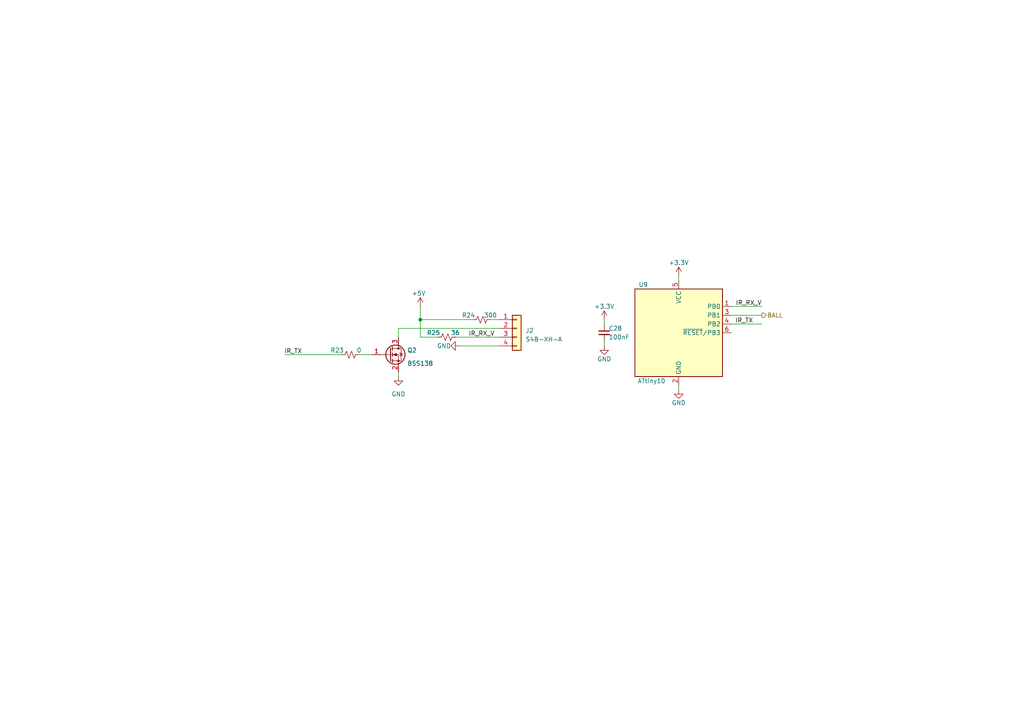
<source format=kicad_sch>
(kicad_sch (version 20230121) (generator eeschema)
  (paper "A4")
  (lib_symbols
    (symbol "Connector_Generic:Conn_01x04" (pin_names (offset 1.016) hide)
      (property "Reference" "J" (at 0 5.08 0))
      (property "Value" "Conn_01x04" (at 0 -7.62 0))
      (symbol "Conn_01x04_1_1"
        (rectangle (start -1.27 -4.953) (end 0 -5.207) (stroke (width 0.1524)))
        (rectangle (start -1.27 -2.413) (end 0 -2.667) (stroke (width 0.1524)))
        (rectangle (start -1.27 0.127) (end 0 -0.127) (stroke (width 0.1524)))
        (rectangle (start -1.27 2.667) (end 0 2.413) (stroke (width 0.1524)))
        (rectangle (start -1.27 3.81) (end 1.27 -6.35) (stroke (width 0.254)) (fill (type background)))
        (pin passive line (at -5.08 2.54 0) (length 3.81) (name "Pin_1") (number "1"))
        (pin passive line (at -5.08 0 0) (length 3.81) (name "Pin_2") (number "2"))
        (pin passive line (at -5.08 -2.54 0) (length 3.81) (name "Pin_3") (number "3"))
        (pin passive line (at -5.08 -5.08 0) (length 3.81) (name "Pin_4") (number "4"))
      )
    )
    (symbol "Device:C_Small" (pin_numbers hide) (pin_names (offset 0.254) hide)
      (property "Reference" "C" (at 0.254 1.778 0))
      (property "Value" "C_Small" (at 0.254 -2.032 0))
      (symbol "C_Small_0_1"
        (polyline (pts (xy -1.524 -0.508) (xy 1.524 -0.508)) (stroke (width 0.3302)))
        (polyline (pts (xy -1.524 0.508) (xy 1.524 0.508)) (stroke (width 0.3048)))
      )
      (symbol "C_Small_1_1"
        (pin passive line (at 0 2.54 270) (length 2.032) (name "~") (number "1"))
        (pin passive line (at 0 -2.54 90) (length 2.032) (name "~") (number "2"))
      )
    )
    (symbol "Device:R_Small_US" (pin_numbers hide) (pin_names (offset 0.254) hide)
      (property "Reference" "R" (at 0.762 0.508 0))
      (property "Value" "R_Small_US" (at 0.762 -1.016 0))
      (symbol "R_Small_US_1_1"
        (polyline (pts (xy 0 0) (xy 1.016 -0.381) (xy 0 -0.762) (xy -1.016 -1.143) (xy 0 -1.524)))
        (polyline (pts (xy 0 1.524) (xy 1.016 1.143) (xy 0 0.762) (xy -1.016 0.381) (xy 0 0)))
        (pin passive line (at 0 2.54 270) (length 1.016) (name "~") (number "1"))
        (pin passive line (at 0 -2.54 90) (length 1.016) (name "~") (number "2"))
      )
    )
    (symbol "MCU_Microchip_ATtiny:ATtiny10-TS"
      (property "Reference" "U" (at -12.7 13.97 0))
      (property "Value" "ATtiny10-TS" (at 2.54 -13.97 0))
      (symbol "ATtiny10-TS_0_1"
        (rectangle (start -12.7 -12.7) (end 12.7 12.7) (stroke (width 0.254)) (fill (type background)))
      )
      (symbol "ATtiny10-TS_1_1"
        (pin bidirectional line (at 15.24 7.62 180) (length 2.54) (name "PB0") (number "1"))
        (pin power_in line (at 0 -15.24 90) (length 2.54) (name "GND") (number "2"))
        (pin bidirectional line (at 15.24 5.08 180) (length 2.54) (name "PB1") (number "3"))
        (pin bidirectional line (at 15.24 2.54 180) (length 2.54) (name "PB2") (number "4"))
        (pin power_in line (at 0 15.24 270) (length 2.54) (name "VCC") (number "5"))
        (pin bidirectional line (at 15.24 0 180) (length 2.54) (name "~{RESET}/PB3") (number "6"))
      )
    )
    (symbol "Transistor_FET:BSS138" (pin_names hide)
      (property "Reference" "Q" (at 5.08 1.905 0))
      (property "Value" "BSS138" (at 5.08 0 0))
      (symbol "BSS138_0_1"
        (polyline (pts (xy 0.254 0) (xy -2.54 0)))
        (polyline (pts (xy 0.254 1.905) (xy 0.254 -1.905)) (stroke (width 0.254)))
        (polyline (pts (xy 0.762 -1.27) (xy 0.762 -2.286)) (stroke (width 0.254)))
        (polyline (pts (xy 0.762 0.508) (xy 0.762 -0.508)) (stroke (width 0.254)))
        (polyline (pts (xy 0.762 2.286) (xy 0.762 1.27)) (stroke (width 0.254)))
        (polyline (pts (xy 2.54 2.54) (xy 2.54 1.778)))
        (polyline (pts (xy 2.54 -2.54) (xy 2.54 0) (xy 0.762 0)))
        (polyline (pts (xy 0.762 -1.778) (xy 3.302 -1.778) (xy 3.302 1.778) (xy 0.762 1.778)))
        (polyline (pts (xy 1.016 0) (xy 2.032 0.381) (xy 2.032 -0.381) (xy 1.016 0)) (fill (type outline)))
        (polyline (pts (xy 2.794 0.508) (xy 2.921 0.381) (xy 3.683 0.381) (xy 3.81 0.254)))
        (polyline (pts (xy 3.302 0.381) (xy 2.921 -0.254) (xy 3.683 -0.254) (xy 3.302 0.381)))
        (circle (center 1.651 0) (radius 2.794) (stroke (width 0.254)))
        (circle (center 2.54 -1.778) (radius 0.254) (fill (type outline)))
        (circle (center 2.54 1.778) (radius 0.254) (fill (type outline)))
      )
      (symbol "BSS138_1_1"
        (pin input line (at -5.08 0 0) (length 2.54) (name "G") (number "1"))
        (pin passive line (at 2.54 -5.08 90) (length 2.54) (name "S") (number "2"))
        (pin passive line (at 2.54 5.08 270) (length 2.54) (name "D") (number "3"))
      )
    )
    (symbol "power:+3.3V" (power) (pin_names (offset 0))
      (property "Value" "+3.3V" (at 0 3.556 0))
      (symbol "+3.3V_0_1"
        (polyline (pts (xy -0.762 1.27) (xy 0 2.54)))
        (polyline (pts (xy 0 0) (xy 0 2.54)))
        (polyline (pts (xy 0 2.54) (xy 0.762 1.27)))
      )
      (symbol "+3.3V_1_1"
        (pin power_in line (at 0 0 90) (length 0) hide (name "+3.3V") (number "1"))
      )
    )
    (symbol "power:+5V" (power) (pin_names (offset 0))
      (property "Value" "+5V" (at 0 3.556 0))
      (symbol "+5V_0_1"
        (polyline (pts (xy -0.762 1.27) (xy 0 2.54)))
        (polyline (pts (xy 0 0) (xy 0 2.54)))
        (polyline (pts (xy 0 2.54) (xy 0.762 1.27)))
      )
      (symbol "+5V_1_1"
        (pin power_in line (at 0 0 90) (length 0) hide (name "+5V") (number "1"))
      )
    )
    (symbol "power:GND" (power) (pin_names (offset 0))
      (property "Value" "GND" (at 0 -3.81 0))
      (symbol "GND_0_1"
        (polyline (pts (xy 0 0) (xy 0 -1.27) (xy 1.27 -1.27) (xy 0 -2.54) (xy -1.27 -1.27) (xy 0 -1.27)))
      )
      (symbol "GND_1_1"
        (pin power_in line (at 0 0 270) (length 0) hide (name "GND") (number "1"))
      )
    )
  )
  (junction (at 121.92 92.71))
  (wire (pts (xy 212.09 88.9) (xy 220.98 88.9)))
  (wire (pts (xy 121.92 92.71) (xy 121.92 88.9)))
  (wire (pts (xy 115.57 95.25) (xy 115.57 97.79)))
  (wire (pts (xy 115.57 107.95) (xy 115.57 109.22)))
  (wire (pts (xy 132.08 97.79) (xy 144.78 97.79)))
  (wire (pts (xy 144.78 95.25) (xy 115.57 95.25)))
  (wire (pts (xy 142.24 92.71) (xy 144.78 92.71)))
  (wire (pts (xy 121.92 92.71) (xy 137.16 92.71)))
  (wire (pts (xy 175.26 92.71) (xy 175.26 93.98)))
  (wire (pts (xy 212.09 91.44) (xy 220.98 91.44)))
  (wire (pts (xy 104.14 102.87) (xy 107.95 102.87)))
  (wire (pts (xy 196.85 80.01) (xy 196.85 81.28)))
  (wire (pts (xy 175.26 99.06) (xy 175.26 100.33)))
  (wire (pts (xy 121.92 97.79) (xy 121.92 92.71)))
  (wire (pts (xy 127 97.79) (xy 121.92 97.79)))
  (wire (pts (xy 196.85 111.76) (xy 196.85 113.03)))
  (wire (pts (xy 212.09 93.98) (xy 220.98 93.98)))
  (wire (pts (xy 82.55 102.87) (xy 99.06 102.87)))
  (wire (pts (xy 133.35 100.33) (xy 144.78 100.33)))
  (label "IR_TX" (at 87.63 102.87 180))
  (label "IR_TX" (at 218.44 93.98 180))
  (label "IR_RX_V" (at 135.89 97.79 0))
  (label "IR_RX_V" (at 213.36 88.9 0))
  (hierarchical_label "BALL" (shape output) (at 220.98 91.44 0))
  (symbol (lib_id "Device:R_Small_US") (at 101.6 102.87 90) (unit 1)
    (property "Reference" "R23" (at 97.79 101.6 90))
    (property "Value" "0" (at 104.14 101.6 90))
  )
  (symbol (lib_id "Device:R_Small_US") (at 139.7 92.71 90) (unit 1)
    (property "Reference" "R24" (at 135.89 91.44 90))
    (property "Value" "300" (at 142.24 91.44 90))
  )
  (symbol (lib_id "MCU_Microchip_ATtiny:ATtiny10-TS") (at 196.85 96.52 0) (unit 1)
    (property "Reference" "U9" (at 187.96 82.55 0) (effects (justify right)))
    (property "Value" "ATtiny10" (at 193.04 110.49 0) (effects (justify right)))
    (property "Footprint" "Package_TO_SOT_SMD:SOT-23-6" (effects hide))
    (property "Datasheet" "http://ww1.microchip.com/downloads/en/DeviceDoc/Atmel-8127-AVR-8-bit-Microcontroller-ATtiny4-ATtiny5-ATtiny9-ATtiny10_Datasheet.pdf" (effects hide))
    (property "MPN" "BLM21AG102SN1D" (effects hide))
  )
  (symbol (lib_id "power:+3.3V") (at 196.85 80.01 0) (unit 1)
    (property "Reference" "#PWR062" (effects hide))
    (property "Value" "+3.3V" (at 196.85 76.2 0))
  )
  (symbol (lib_id "Device:C_Small") (at 175.26 96.52 0) (unit 1)
    (property "Reference" "C28" (at 176.53 95.25 0) (effects (justify left)))
    (property "Value" "100nF" (at 176.53 97.79 0) (effects (justify left)))
  )
  (symbol (lib_id "power:GND") (at 133.35 100.33 270) (unit 1)
    (property "Reference" "#PWR061" (effects hide))
    (property "Value" "GND" (at 130.81 100.33 90) (effects (justify right)))
  )
  (symbol (lib_id "power:GND") (at 175.26 100.33 0) (unit 1)
    (property "Reference" "#PWR066" (effects hide))
    (property "Value" "GND" (at 175.26 104.14 0))
  )
  (symbol (lib_id "power:GND") (at 115.57 109.22 0) (unit 1)
    (property "Reference" "#PWR060" (effects hide))
    (property "Value" "GND" (at 115.57 114.3 0))
  )
  (symbol (lib_id "Transistor_FET:BSS138") (at 113.03 102.87 0) (unit 1)
    (property "Reference" "Q2" (at 118.11 101.6 0) (effects (justify left)))
    (property "Value" "BSS138" (at 118.11 105.41 0) (effects (justify left)))
    (property "Footprint" "Package_TO_SOT_SMD:SOT-23" (effects hide))
    (property "Datasheet" "https://www.onsemi.com/pub/Collateral/BSS138-D.PDF" (effects hide))
  )
  (symbol (lib_id "Connector_Generic:Conn_01x04") (at 149.86 95.25 0) (unit 1)
    (property "Reference" "J2" (at 152.4 95.885 0) (effects (justify left)))
    (property "Value" "S4B-XH-A" (at 152.4 98.425 0) (effects (justify left)))
  )
  (symbol (lib_id "Device:R_Small_US") (at 129.54 97.79 90) (unit 1)
    (property "Reference" "R25" (at 125.73 96.52 90))
    (property "Value" "36" (at 132.08 96.52 90))
  )
  (symbol (lib_id "power:GND") (at 196.85 113.03 0) (unit 1)
    (property "Reference" "#PWR064" (effects hide))
    (property "Value" "GND" (at 196.85 116.84 0))
  )
  (symbol (lib_id "power:+5V") (at 121.92 88.9 0) (unit 1)
    (property "Reference" "#PWR063" (effects hide))
    (property "Value" "+5V" (at 119.38 85.09 0) (effects (justify left)))
  )
  (symbol (lib_id "power:+3.3V") (at 175.26 92.71 0) (unit 1)
    (property "Reference" "#PWR065" (effects hide))
    (property "Value" "+3.3V" (at 175.26 88.9 0))
  )
)
</source>
